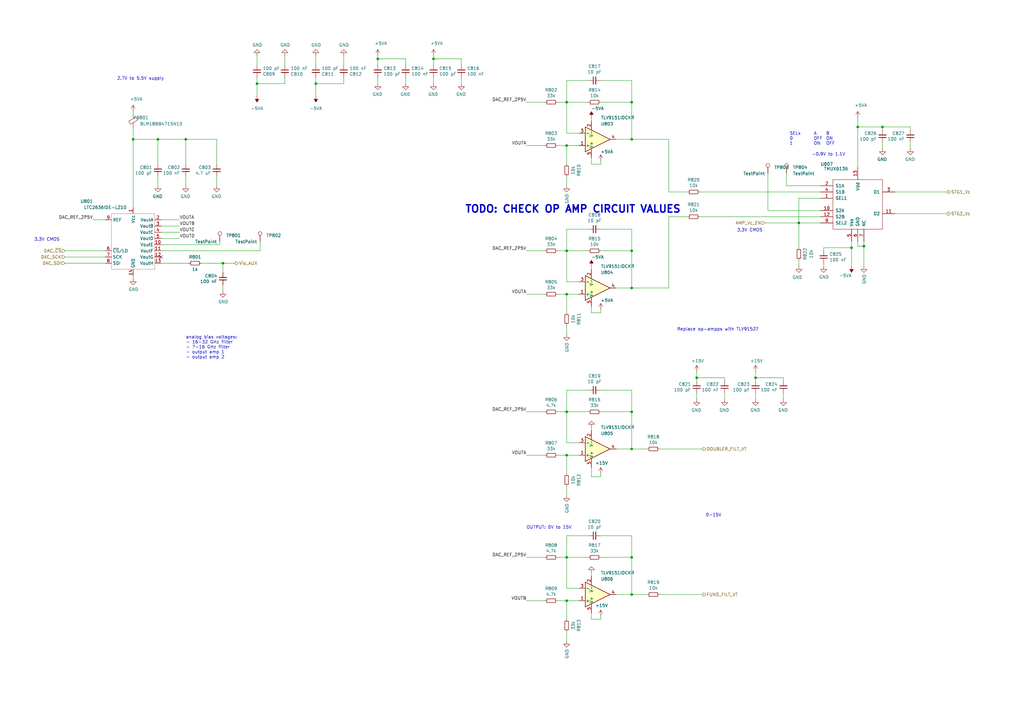
<source format=kicad_sch>
(kicad_sch (version 20210621) (generator eeschema)
  (paper "A3")
  (lib_symbols
    (symbol "Amplifier_Operational:TLV9001IDCK" (pin_names (offset 0.127))
      (property "Reference" "U" (at 7.62 2.54 0))
      (property "Value" "TLV9001IDCK" (at 11.43 -2.54 0))
      (symbol "TLV9001IDCK_0_1"
        (polyline (pts (xy -2.54 5.08) (xy -2.54 -5.08) (xy 7.62 0) (xy -2.54 5.08)) (stroke (width 0.254)) (fill (type background)))
      )
      (symbol "TLV9001IDCK_1_1"
        (pin input line (at -5.08 2.54 0) (length 2.54) (name "+") (number "1"))
        (pin power_in line (at 0 -7.62 90) (length 3.81) (name "V-") (number "2"))
        (pin input line (at -5.08 -2.54 0) (length 2.54) (name "-") (number "3"))
        (pin output line (at 10.16 0 180) (length 2.54) (name "~") (number "4"))
        (pin power_in line (at 0 7.62 270) (length 3.81) (name "V+") (number "5"))
      )
    )
    (symbol "Connector:TestPoint" (pin_numbers hide) (pin_names (offset 0.762) hide)
      (property "Reference" "TP" (at 0 6.858 0))
      (property "Value" "TestPoint" (at 0 5.08 0))
      (symbol "TestPoint_0_1"
        (circle (center 0 3.302) (radius 0.762))
      )
      (symbol "TestPoint_1_1"
        (pin passive line (at 0 0 90) (length 2.54) (name "1") (number "1"))
      )
    )
    (symbol "Device:C_Small" (pin_numbers hide) (pin_names (offset 0.254) hide)
      (property "Reference" "C" (at 0.254 1.778 0))
      (property "Value" "C_Small" (at 0.254 -2.032 0))
      (symbol "C_Small_0_1"
        (polyline (pts (xy -1.524 -0.508) (xy 1.524 -0.508)) (stroke (width 0.3302)))
        (polyline (pts (xy -1.524 0.508) (xy 1.524 0.508)) (stroke (width 0.3048)))
      )
      (symbol "C_Small_1_1"
        (pin passive line (at 0 2.54 270) (length 2.032) (name "~") (number "1"))
        (pin passive line (at 0 -2.54 90) (length 2.032) (name "~") (number "2"))
      )
    )
    (symbol "Device:FerriteBead_Small" (pin_numbers hide) (pin_names (offset 0))
      (property "Reference" "FB" (at 1.905 1.27 0))
      (property "Value" "FerriteBead_Small" (at 1.905 -1.27 0))
      (symbol "FerriteBead_Small_0_1"
        (polyline (pts (xy 0 -1.27) (xy 0 -0.7874)))
        (polyline (pts (xy 0 0.889) (xy 0 1.2954)))
        (polyline (pts (xy -1.8288 0.2794) (xy -1.1176 1.4986) (xy 1.8288 -0.2032) (xy 1.1176 -1.4224) (xy -1.8288 0.2794)))
      )
      (symbol "FerriteBead_Small_1_1"
        (pin passive line (at 0 2.54 270) (length 1.27) (name "~") (number "1"))
        (pin passive line (at 0 -2.54 90) (length 1.27) (name "~") (number "2"))
      )
    )
    (symbol "Device:R_Small" (pin_numbers hide) (pin_names (offset 0.254) hide)
      (property "Reference" "R" (at 0.762 0.508 0))
      (property "Value" "R_Small" (at 0.762 -1.016 0))
      (symbol "R_Small_0_1"
        (rectangle (start -0.762 1.778) (end 0.762 -1.778) (stroke (width 0.2032)))
      )
      (symbol "R_Small_1_1"
        (pin passive line (at 0 2.54 270) (length 0.762) (name "~") (number "1"))
        (pin passive line (at 0 -2.54 90) (length 0.762) (name "~") (number "2"))
      )
    )
    (symbol "jtk_rf:LTC2636IDE-LZ10"
      (property "Reference" "U" (at -15.24 13.97 0))
      (property "Value" "LTC2636IDE-LZ10" (at -10.16 16.51 0))
      (symbol "LTC2636IDE-LZ10_0_1"
        (rectangle (start -8.89 11.43) (end 8.89 -11.43) (stroke (width 0.0006)))
      )
      (symbol "LTC2636IDE-LZ10_1_1"
        (pin power_in line (at 0 13.97 270) (length 2.54) (name "Vcc") (number "1"))
        (pin output line (at 11.43 -1.27 180) (length 2.54) (name "VoutE") (number "10"))
        (pin output line (at 11.43 -3.81 180) (length 2.54) (name "VoutF") (number "11"))
        (pin output line (at 11.43 -6.35 180) (length 2.54) (name "VoutG") (number "12"))
        (pin output line (at 11.43 -8.89 180) (length 2.54) (name "VoutH") (number "13"))
        (pin power_in line (at 0 -13.97 90) (length 2.54) (name "GND") (number "14"))
        (pin passive line (at 0 -13.97 90) (length 2.54) hide (name "EP") (number "15"))
        (pin output line (at 11.43 8.89 180) (length 2.54) (name "VoutA") (number "2"))
        (pin output line (at 11.43 6.35 180) (length 2.54) (name "VoutB") (number "3"))
        (pin output line (at 11.43 3.81 180) (length 2.54) (name "VoutC") (number "4"))
        (pin output line (at 11.43 1.27 180) (length 2.54) (name "VoutD") (number "5"))
        (pin input line (at -11.43 -3.81 0) (length 2.54) (name "~{CS}/LD") (number "6"))
        (pin input line (at -11.43 -6.35 0) (length 2.54) (name "SCK") (number "7"))
        (pin input line (at -11.43 -8.89 0) (length 2.54) (name "SDI") (number "8"))
        (pin input line (at -11.43 8.89 0) (length 2.54) (name "REF") (number "9"))
      )
    )
    (symbol "jtk_rf:TMUX6136" (pin_names (offset 1.016))
      (property "Reference" "U?" (at -12.7 17.78 0))
      (property "Value" "TMUX6136" (at -8.89 15.24 0))
      (symbol "TMUX6136_0_1"
        (rectangle (start -10.16 10.16) (end 10.16 -10.16))
      )
      (symbol "TMUX6136_1_1"
        (pin input line (at -15.24 2.54 0) (length 5.08) (name "SEL1") (number "1"))
        (pin bidirectional line (at -15.24 -2.54 0) (length 5.08) (name "S2A") (number "10"))
        (pin bidirectional line (at 15.24 -3.81 180) (length 5.08) (name "D2") (number "11"))
        (pin bidirectional line (at -15.24 -5.08 0) (length 5.08) (name "S2B") (number "12"))
        (pin power_in line (at 0 15.24 270) (length 5.08) (name "Vdd") (number "13"))
        (pin passive line (at 2.54 -15.24 90) (length 5.08) hide (name "NC") (number "14"))
        (pin passive line (at 2.54 -15.24 90) (length 5.08) hide (name "NC") (number "15"))
        (pin passive line (at 2.54 -15.24 90) (length 5.08) hide (name "NC") (number "16"))
        (pin bidirectional line (at -15.24 7.62 0) (length 5.08) (name "S1A") (number "2"))
        (pin bidirectional line (at 15.24 5.08 180) (length 5.08) (name "D1") (number "3"))
        (pin bidirectional line (at -15.24 5.08 0) (length 5.08) (name "S1B") (number "4"))
        (pin power_in line (at -2.54 -15.24 90) (length 5.08) (name "Vss") (number "5"))
        (pin power_in line (at 0 -15.24 90) (length 5.08) (name "GND") (number "6"))
        (pin passive line (at 2.54 -15.24 90) (length 5.08) (name "NC") (number "7"))
        (pin passive line (at 2.54 -15.24 90) (length 5.08) hide (name "NC") (number "8"))
        (pin input line (at -15.24 -7.62 0) (length 5.08) (name "SEL2") (number "9"))
      )
    )
    (symbol "power:+15V" (power) (pin_names (offset 0))
      (property "Value" "+15V" (at 0 3.556 0))
      (symbol "+15V_0_1"
        (polyline (pts (xy -0.762 1.27) (xy 0 2.54)))
        (polyline (pts (xy 0 0) (xy 0 2.54)))
        (polyline (pts (xy 0 2.54) (xy 0.762 1.27)))
      )
      (symbol "+15V_1_1"
        (pin power_in line (at 0 0 90) (length 0) hide (name "+15V") (number "1"))
      )
    )
    (symbol "power:+5VA" (power) (pin_names (offset 0))
      (property "Value" "+5VA" (at 0 3.556 0))
      (symbol "+5VA_0_1"
        (polyline (pts (xy -0.762 1.27) (xy 0 2.54)))
        (polyline (pts (xy 0 0) (xy 0 2.54)))
        (polyline (pts (xy 0 2.54) (xy 0.762 1.27)))
      )
      (symbol "+5VA_1_1"
        (pin power_in line (at 0 0 90) (length 0) hide (name "+5VA") (number "1"))
      )
    )
    (symbol "power:-5VA" (power) (pin_names (offset 0))
      (property "Value" "-5VA" (at 0 3.81 0))
      (symbol "-5VA_0_0"
        (pin power_in line (at 0 0 90) (length 0) hide (name "-5VA") (number "1"))
      )
      (symbol "-5VA_0_1"
        (polyline (pts (xy 0 0) (xy 0 1.27) (xy 0.762 1.27) (xy 0 2.54) (xy -0.762 1.27) (xy 0 1.27)) (fill (type outline)))
      )
    )
    (symbol "power:GND" (power) (pin_names (offset 0))
      (property "Value" "GND" (at 0 -3.81 0))
      (symbol "GND_0_1"
        (polyline (pts (xy 0 0) (xy 0 -1.27) (xy 1.27 -1.27) (xy 0 -2.54) (xy -1.27 -1.27) (xy 0 -1.27)))
      )
      (symbol "GND_1_1"
        (pin power_in line (at 0 0 270) (length 0) hide (name "GND") (number "1"))
      )
    )
  )
  (junction (at 54.61 57.15) (diameter 0.9144))
  (junction (at 64.77 57.15) (diameter 0.9144))
  (junction (at 76.2 57.15) (diameter 0.9144))
  (junction (at 91.44 107.95) (diameter 0.9144))
  (junction (at 105.41 34.29) (diameter 0.9144))
  (junction (at 129.54 34.29) (diameter 0.9144))
  (junction (at 154.94 24.13) (diameter 0.9144))
  (junction (at 177.8 24.13) (diameter 0.9144))
  (junction (at 232.41 41.91) (diameter 0.9144))
  (junction (at 232.41 59.69) (diameter 0.9144))
  (junction (at 232.41 102.87) (diameter 0.9144))
  (junction (at 232.41 120.65) (diameter 0.9144))
  (junction (at 232.41 168.91) (diameter 0.9144))
  (junction (at 232.41 186.69) (diameter 0.9144))
  (junction (at 232.41 228.6) (diameter 0.9144))
  (junction (at 232.41 246.38) (diameter 0.9144))
  (junction (at 259.08 41.91) (diameter 0.9144))
  (junction (at 259.08 57.15) (diameter 0.9144))
  (junction (at 259.08 102.87) (diameter 0.9144))
  (junction (at 259.08 118.11) (diameter 0.9144))
  (junction (at 259.08 168.91) (diameter 0.9144))
  (junction (at 259.08 184.15) (diameter 0.9144))
  (junction (at 259.08 228.6) (diameter 0.9144))
  (junction (at 259.08 243.84) (diameter 0.9144))
  (junction (at 285.75 154.94) (diameter 0.9144))
  (junction (at 309.88 154.94) (diameter 0.9144))
  (junction (at 327.66 91.44) (diameter 0.9144))
  (junction (at 349.25 101.6) (diameter 0.9144))
  (junction (at 351.79 52.07) (diameter 0.9144))
  (junction (at 354.33 100.965) (diameter 0.9144))
  (junction (at 361.95 52.07) (diameter 0.9144))
  (no_connect (at 66.04 105.41))
  (wire (pts (xy 26.67 102.87) (xy 43.18 102.87)))
  (wire (pts (xy 26.67 105.41) (xy 43.18 105.41)))
  (wire (pts (xy 26.67 107.95) (xy 43.18 107.95)))
  (wire (pts (xy 38.1 90.17) (xy 43.18 90.17)))
  (wire (pts (xy 54.61 45.72) (xy 54.61 46.99)))
  (wire (pts (xy 54.61 52.07) (xy 54.61 57.15)))
  (wire (pts (xy 54.61 57.15) (xy 54.61 85.09)))
  (wire (pts (xy 54.61 113.03) (xy 54.61 114.3)))
  (wire (pts (xy 64.77 57.15) (xy 54.61 57.15)))
  (wire (pts (xy 64.77 67.31) (xy 64.77 57.15)))
  (wire (pts (xy 64.77 72.39) (xy 64.77 76.2)))
  (wire (pts (xy 66.04 90.17) (xy 73.66 90.17)))
  (wire (pts (xy 66.04 92.71) (xy 73.66 92.71)))
  (wire (pts (xy 66.04 95.25) (xy 73.66 95.25)))
  (wire (pts (xy 66.04 97.79) (xy 73.66 97.79)))
  (wire (pts (xy 66.04 100.33) (xy 90.17 100.33)))
  (wire (pts (xy 66.04 102.87) (xy 106.68 102.87)))
  (wire (pts (xy 66.04 107.95) (xy 77.47 107.95)))
  (wire (pts (xy 76.2 57.15) (xy 64.77 57.15)))
  (wire (pts (xy 76.2 57.15) (xy 88.9 57.15)))
  (wire (pts (xy 76.2 67.31) (xy 76.2 57.15)))
  (wire (pts (xy 76.2 76.2) (xy 76.2 72.39)))
  (wire (pts (xy 82.55 107.95) (xy 91.44 107.95)))
  (wire (pts (xy 88.9 57.15) (xy 88.9 67.31)))
  (wire (pts (xy 88.9 72.39) (xy 88.9 76.2)))
  (wire (pts (xy 90.17 100.33) (xy 90.17 99.06)))
  (wire (pts (xy 91.44 107.95) (xy 91.44 111.76)))
  (wire (pts (xy 91.44 107.95) (xy 96.52 107.95)))
  (wire (pts (xy 91.44 116.84) (xy 91.44 119.38)))
  (wire (pts (xy 105.41 26.67) (xy 105.41 22.86)))
  (wire (pts (xy 105.41 31.75) (xy 105.41 34.29)))
  (wire (pts (xy 105.41 34.29) (xy 105.41 39.37)))
  (wire (pts (xy 105.41 34.29) (xy 116.84 34.29)))
  (wire (pts (xy 106.68 102.87) (xy 106.68 99.06)))
  (wire (pts (xy 116.84 26.67) (xy 116.84 22.86)))
  (wire (pts (xy 116.84 34.29) (xy 116.84 31.75)))
  (wire (pts (xy 129.54 26.67) (xy 129.54 22.86)))
  (wire (pts (xy 129.54 31.75) (xy 129.54 34.29)))
  (wire (pts (xy 129.54 34.29) (xy 129.54 39.37)))
  (wire (pts (xy 129.54 34.29) (xy 140.97 34.29)))
  (wire (pts (xy 140.97 26.67) (xy 140.97 22.86)))
  (wire (pts (xy 140.97 34.29) (xy 140.97 31.75)))
  (wire (pts (xy 154.94 22.86) (xy 154.94 24.13)))
  (wire (pts (xy 154.94 24.13) (xy 154.94 26.67)))
  (wire (pts (xy 154.94 24.13) (xy 166.37 24.13)))
  (wire (pts (xy 154.94 31.75) (xy 154.94 34.29)))
  (wire (pts (xy 166.37 24.13) (xy 166.37 26.67)))
  (wire (pts (xy 166.37 31.75) (xy 166.37 34.29)))
  (wire (pts (xy 177.8 22.86) (xy 177.8 24.13)))
  (wire (pts (xy 177.8 24.13) (xy 177.8 26.67)))
  (wire (pts (xy 177.8 24.13) (xy 189.23 24.13)))
  (wire (pts (xy 177.8 31.75) (xy 177.8 34.29)))
  (wire (pts (xy 189.23 24.13) (xy 189.23 26.67)))
  (wire (pts (xy 189.23 31.75) (xy 189.23 34.29)))
  (wire (pts (xy 215.9 41.91) (xy 223.52 41.91)))
  (wire (pts (xy 215.9 102.87) (xy 223.52 102.87)))
  (wire (pts (xy 215.9 168.91) (xy 223.52 168.91)))
  (wire (pts (xy 215.9 228.6) (xy 223.52 228.6)))
  (wire (pts (xy 223.52 59.69) (xy 215.9 59.69)))
  (wire (pts (xy 223.52 120.65) (xy 215.9 120.65)))
  (wire (pts (xy 223.52 186.69) (xy 215.9 186.69)))
  (wire (pts (xy 223.52 246.38) (xy 215.9 246.38)))
  (wire (pts (xy 228.6 41.91) (xy 232.41 41.91)))
  (wire (pts (xy 228.6 102.87) (xy 232.41 102.87)))
  (wire (pts (xy 228.6 168.91) (xy 232.41 168.91)))
  (wire (pts (xy 228.6 228.6) (xy 232.41 228.6)))
  (wire (pts (xy 232.41 33.02) (xy 232.41 41.91)))
  (wire (pts (xy 232.41 41.91) (xy 232.41 54.61)))
  (wire (pts (xy 232.41 54.61) (xy 237.49 54.61)))
  (wire (pts (xy 232.41 59.69) (xy 228.6 59.69)))
  (wire (pts (xy 232.41 67.31) (xy 232.41 59.69)))
  (wire (pts (xy 232.41 72.39) (xy 232.41 76.2)))
  (wire (pts (xy 232.41 93.98) (xy 232.41 102.87)))
  (wire (pts (xy 232.41 102.87) (xy 232.41 115.57)))
  (wire (pts (xy 232.41 115.57) (xy 237.49 115.57)))
  (wire (pts (xy 232.41 120.65) (xy 228.6 120.65)))
  (wire (pts (xy 232.41 128.27) (xy 232.41 120.65)))
  (wire (pts (xy 232.41 133.35) (xy 232.41 137.16)))
  (wire (pts (xy 232.41 160.02) (xy 232.41 168.91)))
  (wire (pts (xy 232.41 168.91) (xy 232.41 181.61)))
  (wire (pts (xy 232.41 181.61) (xy 237.49 181.61)))
  (wire (pts (xy 232.41 186.69) (xy 228.6 186.69)))
  (wire (pts (xy 232.41 194.31) (xy 232.41 186.69)))
  (wire (pts (xy 232.41 199.39) (xy 232.41 203.2)))
  (wire (pts (xy 232.41 219.71) (xy 232.41 228.6)))
  (wire (pts (xy 232.41 228.6) (xy 232.41 241.3)))
  (wire (pts (xy 232.41 241.3) (xy 237.49 241.3)))
  (wire (pts (xy 232.41 246.38) (xy 228.6 246.38)))
  (wire (pts (xy 232.41 254) (xy 232.41 246.38)))
  (wire (pts (xy 232.41 259.08) (xy 232.41 262.89)))
  (wire (pts (xy 237.49 59.69) (xy 232.41 59.69)))
  (wire (pts (xy 237.49 120.65) (xy 232.41 120.65)))
  (wire (pts (xy 237.49 186.69) (xy 232.41 186.69)))
  (wire (pts (xy 237.49 246.38) (xy 232.41 246.38)))
  (wire (pts (xy 241.3 33.02) (xy 232.41 33.02)))
  (wire (pts (xy 241.3 41.91) (xy 232.41 41.91)))
  (wire (pts (xy 241.3 93.98) (xy 232.41 93.98)))
  (wire (pts (xy 241.3 102.87) (xy 232.41 102.87)))
  (wire (pts (xy 241.3 160.02) (xy 232.41 160.02)))
  (wire (pts (xy 241.3 168.91) (xy 232.41 168.91)))
  (wire (pts (xy 241.3 219.71) (xy 232.41 219.71)))
  (wire (pts (xy 241.3 228.6) (xy 232.41 228.6)))
  (wire (pts (xy 242.57 48.26) (xy 242.57 49.53)))
  (wire (pts (xy 242.57 67.31) (xy 242.57 64.77)))
  (wire (pts (xy 242.57 109.22) (xy 242.57 110.49)))
  (wire (pts (xy 242.57 128.27) (xy 242.57 125.73)))
  (wire (pts (xy 242.57 175.26) (xy 242.57 176.53)))
  (wire (pts (xy 242.57 191.77) (xy 242.57 195.58)))
  (wire (pts (xy 242.57 234.95) (xy 242.57 236.22)))
  (wire (pts (xy 242.57 251.46) (xy 242.57 254)))
  (wire (pts (xy 242.57 254) (xy 246.38 254)))
  (wire (pts (xy 246.38 33.02) (xy 259.08 33.02)))
  (wire (pts (xy 246.38 41.91) (xy 259.08 41.91)))
  (wire (pts (xy 246.38 66.04) (xy 246.38 67.31)))
  (wire (pts (xy 246.38 67.31) (xy 242.57 67.31)))
  (wire (pts (xy 246.38 93.98) (xy 259.08 93.98)))
  (wire (pts (xy 246.38 102.87) (xy 259.08 102.87)))
  (wire (pts (xy 246.38 127) (xy 246.38 128.27)))
  (wire (pts (xy 246.38 128.27) (xy 242.57 128.27)))
  (wire (pts (xy 246.38 160.02) (xy 259.08 160.02)))
  (wire (pts (xy 246.38 168.91) (xy 259.08 168.91)))
  (wire (pts (xy 246.38 194.31) (xy 246.38 195.58)))
  (wire (pts (xy 246.38 195.58) (xy 242.57 195.58)))
  (wire (pts (xy 246.38 219.71) (xy 259.08 219.71)))
  (wire (pts (xy 246.38 228.6) (xy 259.08 228.6)))
  (wire (pts (xy 246.38 252.73) (xy 246.38 254)))
  (wire (pts (xy 252.73 184.15) (xy 259.08 184.15)))
  (wire (pts (xy 259.08 33.02) (xy 259.08 41.91)))
  (wire (pts (xy 259.08 41.91) (xy 259.08 57.15)))
  (wire (pts (xy 259.08 57.15) (xy 252.73 57.15)))
  (wire (pts (xy 259.08 57.15) (xy 274.32 57.15)))
  (wire (pts (xy 259.08 93.98) (xy 259.08 102.87)))
  (wire (pts (xy 259.08 102.87) (xy 259.08 118.11)))
  (wire (pts (xy 259.08 118.11) (xy 252.73 118.11)))
  (wire (pts (xy 259.08 118.11) (xy 274.32 118.11)))
  (wire (pts (xy 259.08 160.02) (xy 259.08 168.91)))
  (wire (pts (xy 259.08 168.91) (xy 259.08 184.15)))
  (wire (pts (xy 259.08 184.15) (xy 265.43 184.15)))
  (wire (pts (xy 259.08 219.71) (xy 259.08 228.6)))
  (wire (pts (xy 259.08 228.6) (xy 259.08 243.84)))
  (wire (pts (xy 259.08 243.84) (xy 252.73 243.84)))
  (wire (pts (xy 259.08 243.84) (xy 265.43 243.84)))
  (wire (pts (xy 270.51 184.15) (xy 288.29 184.15)))
  (wire (pts (xy 270.51 243.84) (xy 288.29 243.84)))
  (wire (pts (xy 274.32 57.15) (xy 274.32 78.74)))
  (wire (pts (xy 274.32 78.74) (xy 281.94 78.74)))
  (wire (pts (xy 274.32 88.9) (xy 274.32 118.11)))
  (wire (pts (xy 274.32 88.9) (xy 281.94 88.9)))
  (wire (pts (xy 285.75 152.4) (xy 285.75 154.94)))
  (wire (pts (xy 285.75 154.94) (xy 285.75 156.21)))
  (wire (pts (xy 285.75 154.94) (xy 297.18 154.94)))
  (wire (pts (xy 285.75 161.29) (xy 285.75 163.83)))
  (wire (pts (xy 287.02 78.74) (xy 336.55 78.74)))
  (wire (pts (xy 287.02 88.9) (xy 336.55 88.9)))
  (wire (pts (xy 297.18 154.94) (xy 297.18 156.21)))
  (wire (pts (xy 297.18 161.29) (xy 297.18 163.83)))
  (wire (pts (xy 309.88 152.4) (xy 309.88 154.94)))
  (wire (pts (xy 309.88 154.94) (xy 309.88 156.21)))
  (wire (pts (xy 309.88 154.94) (xy 321.31 154.94)))
  (wire (pts (xy 309.88 161.29) (xy 309.88 163.83)))
  (wire (pts (xy 314.96 86.36) (xy 314.96 71.12)))
  (wire (pts (xy 321.31 154.94) (xy 321.31 156.21)))
  (wire (pts (xy 321.31 161.29) (xy 321.31 163.83)))
  (wire (pts (xy 322.58 76.2) (xy 322.58 71.12)))
  (wire (pts (xy 327.66 81.28) (xy 327.66 91.44)))
  (wire (pts (xy 327.66 81.28) (xy 336.55 81.28)))
  (wire (pts (xy 327.66 91.44) (xy 313.69 91.44)))
  (wire (pts (xy 327.66 91.44) (xy 327.66 101.6)))
  (wire (pts (xy 327.66 91.44) (xy 336.55 91.44)))
  (wire (pts (xy 327.66 106.68) (xy 327.66 109.22)))
  (wire (pts (xy 336.55 76.2) (xy 322.58 76.2)))
  (wire (pts (xy 336.55 86.36) (xy 314.96 86.36)))
  (wire (pts (xy 337.82 101.6) (xy 349.25 101.6)))
  (wire (pts (xy 337.82 102.87) (xy 337.82 101.6)))
  (wire (pts (xy 337.82 107.95) (xy 337.82 109.22)))
  (wire (pts (xy 349.25 99.06) (xy 349.25 101.6)))
  (wire (pts (xy 349.25 101.6) (xy 349.25 109.22)))
  (wire (pts (xy 351.79 48.26) (xy 351.79 52.07)))
  (wire (pts (xy 351.79 52.07) (xy 351.79 68.58)))
  (wire (pts (xy 351.79 52.07) (xy 361.95 52.07)))
  (wire (pts (xy 351.79 99.06) (xy 351.79 100.965)))
  (wire (pts (xy 351.79 100.965) (xy 354.33 100.965)))
  (wire (pts (xy 354.33 99.06) (xy 354.33 100.965)))
  (wire (pts (xy 354.33 100.965) (xy 354.33 109.22)))
  (wire (pts (xy 361.95 52.07) (xy 361.95 53.34)))
  (wire (pts (xy 361.95 52.07) (xy 373.38 52.07)))
  (wire (pts (xy 361.95 58.42) (xy 361.95 60.96)))
  (wire (pts (xy 367.03 78.74) (xy 388.62 78.74)))
  (wire (pts (xy 367.03 87.63) (xy 388.62 87.63)))
  (wire (pts (xy 373.38 52.07) (xy 373.38 53.34)))
  (wire (pts (xy 373.38 58.42) (xy 373.38 60.96)))
  (text "3.3V CMOS" (at 13.97 99.06 0) (effects (font (size 1.27 1.27)) (justify left bottom)))
  (text "2.7V to 5.5V supply" (at 67.31 33.02 180) (effects (font (size 1.27 1.27)) (justify right bottom)))
  (text "analog bias voltages:\n- 16-32 GHz filter\n- 7-16 GHz filter\n- output amp 1\n- output amp 2" (at 76.2 147.32 0) (effects (font (size 1.27 1.27)) (justify left bottom)))
  (text "OUTPUT: 0V to 15V" (at 215.9 217.17 0) (effects (font (size 1.27 1.27)) (justify left bottom)))
  (text "TODO: CHECK OP AMP CIRCUIT VALUES" (at 279.4 87.63 180) (effects (font (size 3 3) (thickness 0.6) bold) (justify right bottom)))
  (text "0-15V" (at 295.91 212.09 180) (effects (font (size 1.27 1.27)) (justify right bottom)))
  (text "3.3V CMOS" (at 302.26 95.25 0) (effects (font (size 1.27 1.27)) (justify left bottom)))
  (text "Replace op-ampps with TLV9152?" (at 311.15 135.89 180) (effects (font (size 1.27 1.27)) (justify right bottom)))
  (text "SELx	A	B\n0		OFF	ON\n1		ON	OFF" (at 323.85 59.69 0) (effects (font (size 1.27 1.27)) (justify left bottom)))
  (text "-0.9V to 1.1V" (at 346.71 64.135 180) (effects (font (size 1.27 1.27)) (justify right bottom)))
  (label "DAC_REF_2P5V" (at 38.1 90.17 180))
  (label "VOUTA" (at 73.66 90.17 0))
  (label "VOUTB" (at 73.66 92.71 0))
  (label "VOUTC" (at 73.66 95.25 0))
  (label "VOUTD" (at 73.66 97.79 0))
  (label "DAC_REF_2P5V" (at 215.9 41.91 180))
  (label "VOUTA" (at 215.9 59.69 180))
  (label "DAC_REF_2P5V" (at 215.9 102.87 180))
  (label "VOUTA" (at 215.9 120.65 180))
  (label "DAC_REF_2P5V" (at 215.9 168.91 180))
  (label "VOUTA" (at 215.9 186.69 180))
  (label "DAC_REF_2P5V" (at 215.9 228.6 180))
  (label "VOUTB" (at 215.9 246.38 180))
  (hierarchical_label "DAC_~{CS}" (shape input) (at 26.67 102.87 180))
  (hierarchical_label "DAC_SCK" (shape input) (at 26.67 105.41 180))
  (hierarchical_label "DAC_SDI" (shape input) (at 26.67 107.95 180))
  (hierarchical_label "Vio_AUX" (shape output) (at 96.52 107.95 0))
  (hierarchical_label "DOUBLER_FILT_VT" (shape output) (at 288.29 184.15 0))
  (hierarchical_label "FUND_FILT_VT" (shape output) (at 288.29 243.84 0))
  (hierarchical_label "AMP_Vc_EN" (shape input) (at 313.69 91.44 180))
  (hierarchical_label "STG1_Vc" (shape output) (at 388.62 78.74 0))
  (hierarchical_label "STG2_Vc" (shape output) (at 388.62 87.63 0))
  (symbol (lib_id "power:+5VA") (at 54.61 45.72 0) (unit 1)
    (property "Reference" "#PWR0801" (effects hide))
    (property "Value" "+5VA" (at 55.88 40.64 0))
  )
  (symbol (lib_id "power:-5VA") (at 105.41 39.37 180) (unit 1)
    (property "Reference" "#PWR0814" (effects hide))
    (property "Value" "-5VA" (at 105.41 44.45 0))
  )
  (symbol (lib_id "power:-5VA") (at 129.54 39.37 180) (unit 1)
    (property "Reference" "#PWR0817" (effects hide))
    (property "Value" "-5VA" (at 129.54 44.45 0))
  )
  (symbol (lib_id "power:+5VA") (at 154.94 22.86 0) (unit 1)
    (property "Reference" "#PWR0819" (effects hide))
    (property "Value" "+5VA" (at 156.21 17.78 0))
  )
  (symbol (lib_id "power:+5VA") (at 177.8 22.86 0) (unit 1)
    (property "Reference" "#PWR0822" (effects hide))
    (property "Value" "+5VA" (at 179.07 17.78 0))
  )
  (symbol (lib_id "power:-5VA") (at 242.57 48.26 0) (unit 1)
    (property "Reference" "#PWR0829" (effects hide))
    (property "Value" "-5VA" (at 245.11 44.45 0))
  )
  (symbol (lib_id "power:-5VA") (at 242.57 109.22 0) (unit 1)
    (property "Reference" "#PWR0830" (effects hide))
    (property "Value" "-5VA" (at 245.11 105.41 0))
  )
  (symbol (lib_id "power:+5VA") (at 246.38 66.04 0) (unit 1)
    (property "Reference" "#PWR0833" (effects hide))
    (property "Value" "+5VA" (at 248.92 62.23 0))
  )
  (symbol (lib_id "power:+5VA") (at 246.38 127 0) (unit 1)
    (property "Reference" "#PWR0834" (effects hide))
    (property "Value" "+5VA" (at 248.92 123.19 0))
  )
  (symbol (lib_id "power:+15V") (at 246.38 194.31 0) (unit 1)
    (property "Reference" "#PWR0835" (effects hide))
    (property "Value" "+15V" (at 246.761 189.9158 0))
  )
  (symbol (lib_id "power:+15V") (at 246.38 252.73 0) (unit 1)
    (property "Reference" "#PWR0836" (effects hide))
    (property "Value" "+15V" (at 246.761 248.3358 0))
  )
  (symbol (lib_id "power:+15V") (at 285.75 152.4 0) (unit 1)
    (property "Reference" "#PWR0837" (effects hide))
    (property "Value" "+15V" (at 286.131 148.0058 0))
  )
  (symbol (lib_id "power:+15V") (at 309.88 152.4 0) (unit 1)
    (property "Reference" "#PWR0840" (effects hide))
    (property "Value" "+15V" (at 310.261 148.0058 0))
  )
  (symbol (lib_id "power:-5VA") (at 349.25 109.22 180) (unit 1)
    (property "Reference" "#PWR0845" (effects hide))
    (property "Value" "-5VA" (at 346.71 113.03 0))
  )
  (symbol (lib_id "power:+5VA") (at 351.79 48.26 0) (unit 1)
    (property "Reference" "#PWR0846" (effects hide))
    (property "Value" "+5VA" (at 353.06 43.18 0))
  )
  (symbol (lib_id "Connector:TestPoint") (at 90.17 99.06 0) (unit 1)
    (property "Reference" "TP801" (at 92.71 96.5834 0) (effects (justify left)))
    (property "Value" "TestPoint" (at 80.01 99.1234 0) (effects (justify left)))
    (property "Footprint" "TestPoint:TestPoint_Pad_D1.5mm" (effects hide))
  )
  (symbol (lib_id "Connector:TestPoint") (at 106.68 99.06 0) (unit 1)
    (property "Reference" "TP802" (at 109.22 96.5834 0) (effects (justify left)))
    (property "Value" "TestPoint" (at 96.52 99.1234 0) (effects (justify left)))
    (property "Footprint" "TestPoint:TestPoint_Pad_D1.5mm" (effects hide))
  )
  (symbol (lib_id "Connector:TestPoint") (at 314.96 71.12 0) (unit 1)
    (property "Reference" "TP803" (at 317.5 68.6434 0) (effects (justify left)))
    (property "Value" "TestPoint" (at 304.8 71.1834 0) (effects (justify left)))
    (property "Footprint" "TestPoint:TestPoint_Pad_D1.5mm" (effects hide))
  )
  (symbol (lib_id "Connector:TestPoint") (at 322.58 71.12 0) (unit 1)
    (property "Reference" "TP804" (at 325.12 68.6434 0) (effects (justify left)))
    (property "Value" "TestPoint" (at 325.12 71.1834 0) (effects (justify left)))
    (property "Footprint" "TestPoint:TestPoint_Pad_D1.5mm" (effects hide))
  )
  (symbol (lib_id "power:GND") (at 54.61 114.3 0) (unit 1)
    (property "Reference" "#PWR0802" (effects hide))
    (property "Value" "GND" (at 54.737 118.6942 0))
  )
  (symbol (lib_id "power:GND") (at 64.77 76.2 0) (mirror y) (unit 1)
    (property "Reference" "#PWR0803" (effects hide))
    (property "Value" "GND" (at 64.643 80.5942 0))
  )
  (symbol (lib_id "power:GND") (at 76.2 76.2 0) (mirror y) (unit 1)
    (property "Reference" "#PWR0804" (effects hide))
    (property "Value" "GND" (at 76.073 80.5942 0))
  )
  (symbol (lib_id "power:GND") (at 88.9 76.2 0) (mirror y) (unit 1)
    (property "Reference" "#PWR0807" (effects hide))
    (property "Value" "GND" (at 88.773 80.5942 0))
  )
  (symbol (lib_id "power:GND") (at 91.44 119.38 0) (unit 1)
    (property "Reference" "#PWR0808" (effects hide))
    (property "Value" "GND" (at 91.567 123.7742 0))
  )
  (symbol (lib_id "power:GND") (at 105.41 22.86 0) (mirror x) (unit 1)
    (property "Reference" "#PWR0813" (effects hide))
    (property "Value" "GND" (at 105.537 18.4658 0))
  )
  (symbol (lib_id "power:GND") (at 116.84 22.86 0) (mirror x) (unit 1)
    (property "Reference" "#PWR0815" (effects hide))
    (property "Value" "GND" (at 116.967 18.4658 0))
  )
  (symbol (lib_id "power:GND") (at 129.54 22.86 0) (mirror x) (unit 1)
    (property "Reference" "#PWR0816" (effects hide))
    (property "Value" "GND" (at 129.667 18.4658 0))
  )
  (symbol (lib_id "power:GND") (at 140.97 22.86 0) (mirror x) (unit 1)
    (property "Reference" "#PWR0818" (effects hide))
    (property "Value" "GND" (at 141.097 18.4658 0))
  )
  (symbol (lib_id "power:GND") (at 154.94 34.29 0) (mirror y) (unit 1)
    (property "Reference" "#PWR0820" (effects hide))
    (property "Value" "GND" (at 154.813 38.6842 0))
  )
  (symbol (lib_id "power:GND") (at 166.37 34.29 0) (mirror y) (unit 1)
    (property "Reference" "#PWR0821" (effects hide))
    (property "Value" "GND" (at 166.243 38.6842 0))
  )
  (symbol (lib_id "power:GND") (at 177.8 34.29 0) (mirror y) (unit 1)
    (property "Reference" "#PWR0823" (effects hide))
    (property "Value" "GND" (at 177.673 38.6842 0))
  )
  (symbol (lib_id "power:GND") (at 189.23 34.29 0) (mirror y) (unit 1)
    (property "Reference" "#PWR0824" (effects hide))
    (property "Value" "GND" (at 189.103 38.6842 0))
  )
  (symbol (lib_id "power:GND") (at 232.41 76.2 0) (unit 1)
    (property "Reference" "#PWR0825" (effects hide))
    (property "Value" "GND" (at 232.537 79.4512 90) (effects (justify right)))
  )
  (symbol (lib_id "power:GND") (at 232.41 137.16 0) (unit 1)
    (property "Reference" "#PWR0826" (effects hide))
    (property "Value" "GND" (at 232.537 140.4112 90) (effects (justify right)))
  )
  (symbol (lib_id "power:GND") (at 232.41 203.2 0) (unit 1)
    (property "Reference" "#PWR0827" (effects hide))
    (property "Value" "GND" (at 232.537 206.4512 90) (effects (justify right)))
  )
  (symbol (lib_id "power:GND") (at 232.41 262.89 0) (unit 1)
    (property "Reference" "#PWR0828" (effects hide))
    (property "Value" "GND" (at 232.537 266.1412 90) (effects (justify right)))
  )
  (symbol (lib_id "power:GND") (at 242.57 175.26 180) (unit 1)
    (property "Reference" "#PWR0831" (effects hide))
    (property "Value" "GND" (effects hide))
  )
  (symbol (lib_id "power:GND") (at 242.57 234.95 180) (unit 1)
    (property "Reference" "#PWR0832" (effects hide))
    (property "Value" "GND" (effects hide))
  )
  (symbol (lib_id "power:GND") (at 285.75 163.83 0) (mirror y) (unit 1)
    (property "Reference" "#PWR0838" (effects hide))
    (property "Value" "GND" (at 285.623 168.2242 0))
  )
  (symbol (lib_id "power:GND") (at 297.18 163.83 0) (mirror y) (unit 1)
    (property "Reference" "#PWR0839" (effects hide))
    (property "Value" "GND" (at 297.053 168.2242 0))
  )
  (symbol (lib_id "power:GND") (at 309.88 163.83 0) (mirror y) (unit 1)
    (property "Reference" "#PWR0841" (effects hide))
    (property "Value" "GND" (at 309.753 168.2242 0))
  )
  (symbol (lib_id "power:GND") (at 321.31 163.83 0) (mirror y) (unit 1)
    (property "Reference" "#PWR0842" (effects hide))
    (property "Value" "GND" (at 321.183 168.2242 0))
  )
  (symbol (lib_id "power:GND") (at 327.66 109.22 0) (unit 1)
    (property "Reference" "#PWR0843" (effects hide))
    (property "Value" "GND" (at 329.057 113.7412 0) (effects (justify right)))
  )
  (symbol (lib_id "power:GND") (at 337.82 109.22 0) (unit 1)
    (property "Reference" "#PWR0844" (effects hide))
    (property "Value" "GND" (at 337.947 113.6142 0))
  )
  (symbol (lib_id "power:GND") (at 354.33 109.22 0) (unit 1)
    (property "Reference" "#PWR0847" (effects hide))
    (property "Value" "GND" (at 354.457 112.4712 90) (effects (justify right)))
  )
  (symbol (lib_id "power:GND") (at 361.95 60.96 0) (mirror y) (unit 1)
    (property "Reference" "#PWR0848" (effects hide))
    (property "Value" "GND" (at 361.823 65.3542 0))
  )
  (symbol (lib_id "power:GND") (at 373.38 60.96 0) (mirror y) (unit 1)
    (property "Reference" "#PWR0849" (effects hide))
    (property "Value" "GND" (at 373.253 65.3542 0))
  )
  (symbol (lib_id "Device:R_Small") (at 80.01 107.95 90) (unit 1)
    (property "Reference" "R801" (at 80.01 105.41 90))
    (property "Value" "1k" (at 80.01 110.49 90))
    (property "Footprint" "Resistor_SMD:R_0402_1005Metric" (effects hide))
  )
  (symbol (lib_id "Device:R_Small") (at 226.06 41.91 270) (unit 1)
    (property "Reference" "R802" (at 226.06 36.9316 90))
    (property "Value" "33k" (at 226.06 39.243 90))
    (property "Footprint" "Resistor_SMD:R_0402_1005Metric" (effects hide))
  )
  (symbol (lib_id "Device:R_Small") (at 226.06 59.69 270) (unit 1)
    (property "Reference" "R803" (at 226.06 54.7116 90))
    (property "Value" "33k" (at 226.06 57.023 90))
    (property "Footprint" "Resistor_SMD:R_0402_1005Metric" (effects hide))
  )
  (symbol (lib_id "Device:R_Small") (at 226.06 102.87 270) (unit 1)
    (property "Reference" "R804" (at 226.06 97.8916 90))
    (property "Value" "33k" (at 226.06 100.203 90))
    (property "Footprint" "Resistor_SMD:R_0402_1005Metric" (effects hide))
  )
  (symbol (lib_id "Device:R_Small") (at 226.06 120.65 270) (unit 1)
    (property "Reference" "R805" (at 226.06 115.6716 90))
    (property "Value" "33k" (at 226.06 117.983 90))
    (property "Footprint" "Resistor_SMD:R_0402_1005Metric" (effects hide))
  )
  (symbol (lib_id "Device:R_Small") (at 226.06 168.91 270) (unit 1)
    (property "Reference" "R806" (at 226.06 163.9316 90))
    (property "Value" "4.7k" (at 226.06 166.243 90))
    (property "Footprint" "Resistor_SMD:R_0402_1005Metric" (effects hide))
  )
  (symbol (lib_id "Device:R_Small") (at 226.06 186.69 270) (unit 1)
    (property "Reference" "R807" (at 226.06 181.7116 90))
    (property "Value" "33k" (at 226.06 184.023 90))
    (property "Footprint" "Resistor_SMD:R_0402_1005Metric" (effects hide))
  )
  (symbol (lib_id "Device:R_Small") (at 226.06 228.6 270) (unit 1)
    (property "Reference" "R808" (at 226.06 223.6216 90))
    (property "Value" "4.7k" (at 226.06 225.933 90))
    (property "Footprint" "Resistor_SMD:R_0402_1005Metric" (effects hide))
  )
  (symbol (lib_id "Device:R_Small") (at 226.06 246.38 270) (unit 1)
    (property "Reference" "R809" (at 226.06 241.4016 90))
    (property "Value" "4.7k" (at 226.06 243.713 90))
    (property "Footprint" "Resistor_SMD:R_0402_1005Metric" (effects hide))
  )
  (symbol (lib_id "Device:R_Small") (at 232.41 69.85 180) (unit 1)
    (property "Reference" "R810" (at 237.3884 69.85 90))
    (property "Value" "10k" (at 235.077 69.85 90))
    (property "Footprint" "Resistor_SMD:R_0402_1005Metric" (effects hide))
  )
  (symbol (lib_id "Device:R_Small") (at 232.41 130.81 180) (unit 1)
    (property "Reference" "R811" (at 237.3884 130.81 90))
    (property "Value" "10k" (at 235.077 130.81 90))
    (property "Footprint" "Resistor_SMD:R_0402_1005Metric" (effects hide))
  )
  (symbol (lib_id "Device:R_Small") (at 232.41 196.85 180) (unit 1)
    (property "Reference" "R812" (at 237.3884 196.85 90))
    (property "Value" "10k" (at 235.077 196.85 90))
    (property "Footprint" "Resistor_SMD:R_0402_1005Metric" (effects hide))
  )
  (symbol (lib_id "Device:R_Small") (at 232.41 256.54 180) (unit 1)
    (property "Reference" "R813" (at 237.3884 256.54 90))
    (property "Value" "33k" (at 235.077 256.54 90))
    (property "Footprint" "Resistor_SMD:R_0402_1005Metric" (effects hide))
  )
  (symbol (lib_id "Device:R_Small") (at 243.84 41.91 270) (unit 1)
    (property "Reference" "R814" (at 243.84 36.9316 90))
    (property "Value" "10k" (at 243.84 39.243 90))
    (property "Footprint" "Resistor_SMD:R_0402_1005Metric" (effects hide))
  )
  (symbol (lib_id "Device:R_Small") (at 243.84 102.87 270) (unit 1)
    (property "Reference" "R815" (at 243.84 97.8916 90))
    (property "Value" "10k" (at 243.84 100.203 90))
    (property "Footprint" "Resistor_SMD:R_0402_1005Metric" (effects hide))
  )
  (symbol (lib_id "Device:R_Small") (at 243.84 168.91 270) (unit 1)
    (property "Reference" "R816" (at 243.84 163.9316 90))
    (property "Value" "33k" (at 243.84 166.243 90))
    (property "Footprint" "Resistor_SMD:R_0402_1005Metric" (effects hide))
  )
  (symbol (lib_id "Device:R_Small") (at 243.84 228.6 270) (unit 1)
    (property "Reference" "R817" (at 243.84 223.6216 90))
    (property "Value" "33k" (at 243.84 225.933 90))
    (property "Footprint" "Resistor_SMD:R_0402_1005Metric" (effects hide))
  )
  (symbol (lib_id "Device:R_Small") (at 267.97 184.15 270) (unit 1)
    (property "Reference" "R818" (at 267.97 179.1716 90))
    (property "Value" "10k" (at 267.97 181.483 90))
    (property "Footprint" "Resistor_SMD:R_0402_1005Metric" (effects hide))
  )
  (symbol (lib_id "Device:R_Small") (at 267.97 243.84 270) (unit 1)
    (property "Reference" "R819" (at 267.97 238.8616 90))
    (property "Value" "10k" (at 267.97 241.173 90))
    (property "Footprint" "Resistor_SMD:R_0402_1005Metric" (effects hide))
  )
  (symbol (lib_id "Device:R_Small") (at 284.48 78.74 270) (unit 1)
    (property "Reference" "R820" (at 284.48 73.7616 90))
    (property "Value" "10k" (at 284.48 76.073 90))
    (property "Footprint" "Resistor_SMD:R_0402_1005Metric" (effects hide))
  )
  (symbol (lib_id "Device:R_Small") (at 284.48 88.9 270) (unit 1)
    (property "Reference" "R821" (at 284.48 83.9216 90))
    (property "Value" "10k" (at 284.48 86.233 90))
    (property "Footprint" "Resistor_SMD:R_0402_1005Metric" (effects hide))
  )
  (symbol (lib_id "Device:R_Small") (at 327.66 104.14 0) (unit 1)
    (property "Reference" "R822" (at 330.2 104.14 90))
    (property "Value" "10k" (at 332.74 104.14 90))
    (property "Footprint" "Resistor_SMD:R_0402_1005Metric" (effects hide))
  )
  (symbol (lib_id "Device:C_Small") (at 64.77 69.85 0) (mirror x) (unit 1)
    (property "Reference" "C801" (at 62.4332 68.6816 0) (effects (justify right)))
    (property "Value" "100 pF" (at 62.4332 70.993 0) (effects (justify right)))
    (property "Footprint" "Capacitor_SMD:C_0402_1005Metric" (effects hide))
  )
  (symbol (lib_id "Device:C_Small") (at 76.2 69.85 0) (mirror x) (unit 1)
    (property "Reference" "C802" (at 73.8632 68.6816 0) (effects (justify right)))
    (property "Value" "100 nF" (at 73.8632 70.993 0) (effects (justify right)))
    (property "Footprint" "Capacitor_SMD:C_0402_1005Metric" (effects hide))
  )
  (symbol (lib_id "Device:C_Small") (at 88.9 69.85 0) (mirror x) (unit 1)
    (property "Reference" "C803" (at 86.5632 68.6816 0) (effects (justify right)))
    (property "Value" "4.7 uF" (at 86.5632 70.993 0) (effects (justify right)))
    (property "Footprint" "Capacitor_SMD:C_0402_1005Metric" (effects hide))
  )
  (symbol (lib_id "Device:C_Small") (at 91.44 114.3 0) (mirror x) (unit 1)
    (property "Reference" "C804" (at 89.1032 113.1316 0) (effects (justify right)))
    (property "Value" "100 nF" (at 89.1032 115.443 0) (effects (justify right)))
    (property "Footprint" "Capacitor_SMD:C_0402_1005Metric" (effects hide))
  )
  (symbol (lib_id "Device:C_Small") (at 105.41 29.21 0) (mirror y) (unit 1)
    (property "Reference" "C809" (at 107.7468 30.3784 0) (effects (justify right)))
    (property "Value" "100 pF" (at 107.7468 28.067 0) (effects (justify right)))
    (property "Footprint" "Capacitor_SMD:C_0402_1005Metric" (effects hide))
  )
  (symbol (lib_id "Device:C_Small") (at 116.84 29.21 0) (mirror y) (unit 1)
    (property "Reference" "C810" (at 119.1768 30.3784 0) (effects (justify right)))
    (property "Value" "100 nF" (at 119.1768 28.067 0) (effects (justify right)))
    (property "Footprint" "Capacitor_SMD:C_0402_1005Metric" (effects hide))
  )
  (symbol (lib_id "Device:C_Small") (at 129.54 29.21 0) (mirror y) (unit 1)
    (property "Reference" "C811" (at 131.8768 30.3784 0) (effects (justify right)))
    (property "Value" "100 pF" (at 131.8768 28.067 0) (effects (justify right)))
    (property "Footprint" "Capacitor_SMD:C_0402_1005Metric" (effects hide))
  )
  (symbol (lib_id "Device:C_Small") (at 140.97 29.21 0) (mirror y) (unit 1)
    (property "Reference" "C812" (at 143.3068 30.3784 0) (effects (justify right)))
    (property "Value" "100 nF" (at 143.3068 28.067 0) (effects (justify right)))
    (property "Footprint" "Capacitor_SMD:C_0402_1005Metric" (effects hide))
  )
  (symbol (lib_id "Device:C_Small") (at 154.94 29.21 180) (unit 1)
    (property "Reference" "C813" (at 157.2768 28.0416 0) (effects (justify right)))
    (property "Value" "100 pF" (at 157.2768 30.353 0) (effects (justify right)))
    (property "Footprint" "Capacitor_SMD:C_0402_1005Metric" (effects hide))
  )
  (symbol (lib_id "Device:C_Small") (at 166.37 29.21 180) (unit 1)
    (property "Reference" "C814" (at 168.7068 28.0416 0) (effects (justify right)))
    (property "Value" "100 nF" (at 168.7068 30.353 0) (effects (justify right)))
    (property "Footprint" "Capacitor_SMD:C_0402_1005Metric" (effects hide))
  )
  (symbol (lib_id "Device:C_Small") (at 177.8 29.21 180) (unit 1)
    (property "Reference" "C815" (at 180.1368 28.0416 0) (effects (justify right)))
    (property "Value" "100 pF" (at 180.1368 30.353 0) (effects (justify right)))
    (property "Footprint" "Capacitor_SMD:C_0402_1005Metric" (effects hide))
  )
  (symbol (lib_id "Device:C_Small") (at 189.23 29.21 180) (unit 1)
    (property "Reference" "C816" (at 191.5668 28.0416 0) (effects (justify right)))
    (property "Value" "100 nF" (at 191.5668 30.353 0) (effects (justify right)))
    (property "Footprint" "Capacitor_SMD:C_0402_1005Metric" (effects hide))
  )
  (symbol (lib_id "Device:C_Small") (at 243.84 33.02 90) (unit 1)
    (property "Reference" "C817" (at 243.84 27.2034 90))
    (property "Value" "10 pF" (at 243.84 29.5148 90))
    (property "Footprint" "Capacitor_SMD:C_0402_1005Metric" (effects hide))
  )
  (symbol (lib_id "Device:C_Small") (at 243.84 93.98 90) (unit 1)
    (property "Reference" "C818" (at 243.84 88.1634 90))
    (property "Value" "10 pF" (at 243.84 90.4748 90))
    (property "Footprint" "Capacitor_SMD:C_0402_1005Metric" (effects hide))
  )
  (symbol (lib_id "Device:C_Small") (at 243.84 160.02 90) (unit 1)
    (property "Reference" "C819" (at 243.84 154.2034 90))
    (property "Value" "10 pF" (at 243.84 156.5148 90))
    (property "Footprint" "Capacitor_SMD:C_0402_1005Metric" (effects hide))
  )
  (symbol (lib_id "Device:C_Small") (at 243.84 219.71 90) (unit 1)
    (property "Reference" "C820" (at 243.84 213.8934 90))
    (property "Value" "10 pF" (at 243.84 216.2048 90))
    (property "Footprint" "Capacitor_SMD:C_0402_1005Metric" (effects hide))
  )
  (symbol (lib_id "Device:C_Small") (at 285.75 158.75 0) (mirror x) (unit 1)
    (property "Reference" "C821" (at 283.4132 157.5816 0) (effects (justify right)))
    (property "Value" "100 pF" (at 283.4132 159.893 0) (effects (justify right)))
    (property "Footprint" "Capacitor_SMD:C_0402_1005Metric" (effects hide))
  )
  (symbol (lib_id "Device:C_Small") (at 297.18 158.75 0) (mirror x) (unit 1)
    (property "Reference" "C822" (at 294.8432 157.5816 0) (effects (justify right)))
    (property "Value" "100 nF" (at 294.8432 159.893 0) (effects (justify right)))
    (property "Footprint" "Capacitor_SMD:C_0402_1005Metric" (effects hide))
  )
  (symbol (lib_id "Device:C_Small") (at 309.88 158.75 0) (mirror x) (unit 1)
    (property "Reference" "C823" (at 307.5432 157.5816 0) (effects (justify right)))
    (property "Value" "100 pF" (at 307.5432 159.893 0) (effects (justify right)))
    (property "Footprint" "Capacitor_SMD:C_0402_1005Metric" (effects hide))
  )
  (symbol (lib_id "Device:C_Small") (at 321.31 158.75 0) (mirror x) (unit 1)
    (property "Reference" "C824" (at 318.9732 157.5816 0) (effects (justify right)))
    (property "Value" "100 nF" (at 318.9732 159.893 0) (effects (justify right)))
    (property "Footprint" "Capacitor_SMD:C_0402_1005Metric" (effects hide))
  )
  (symbol (lib_id "Device:C_Small") (at 337.82 105.41 180) (unit 1)
    (property "Reference" "C825" (at 340.1568 104.2416 0) (effects (justify right)))
    (property "Value" "100 nF" (at 340.1568 106.553 0) (effects (justify right)))
    (property "Footprint" "Capacitor_SMD:C_0402_1005Metric" (effects hide))
  )
  (symbol (lib_id "Device:C_Small") (at 361.95 55.88 0) (mirror x) (unit 1)
    (property "Reference" "C826" (at 359.6132 54.7116 0) (effects (justify right)))
    (property "Value" "100 pF" (at 359.6132 57.023 0) (effects (justify right)))
    (property "Footprint" "Capacitor_SMD:C_0402_1005Metric" (effects hide))
  )
  (symbol (lib_id "Device:C_Small") (at 373.38 55.88 0) (mirror x) (unit 1)
    (property "Reference" "C827" (at 371.0432 54.7116 0) (effects (justify right)))
    (property "Value" "100 nF" (at 371.0432 57.023 0) (effects (justify right)))
    (property "Footprint" "Capacitor_SMD:C_0402_1005Metric" (effects hide))
  )
  (symbol (lib_id "Device:FerriteBead_Small") (at 54.61 49.53 0) (mirror y) (unit 1)
    (property "Reference" "FB801" (at 60.96 48.26 0) (effects (justify left)))
    (property "Value" "BLM18BB471SN1D" (at 74.93 50.8 0) (effects (justify left)))
    (property "Footprint" "Inductor_SMD:L_0603_1608Metric" (effects hide))
  )
  (symbol (lib_id "Amplifier_Operational:TLV9001IDCK") (at 242.57 57.15 0) (mirror x) (unit 1)
    (property "Reference" "U803" (at 246.38 50.8 0) (effects (justify left)))
    (property "Value" "TLV9151IDCKR" (at 246.38 48.26 0) (effects (justify left)))
    (property "Footprint" "Package_TO_SOT_SMD:SOT-353_SC-70-5" (effects hide))
    (property "Datasheet" "https://www.ti.com/lit/ds/symlink/tlv9001.pdf" (effects hide))
  )
  (symbol (lib_id "Amplifier_Operational:TLV9001IDCK") (at 242.57 118.11 0) (mirror x) (unit 1)
    (property "Reference" "U804" (at 246.38 111.76 0) (effects (justify left)))
    (property "Value" "TLV9151IDCKR" (at 246.38 109.22 0) (effects (justify left)))
    (property "Footprint" "Package_TO_SOT_SMD:SOT-353_SC-70-5" (effects hide))
    (property "Datasheet" "https://www.ti.com/lit/ds/symlink/tlv9001.pdf" (effects hide))
  )
  (symbol (lib_id "Amplifier_Operational:TLV9001IDCK") (at 242.57 184.15 0) (mirror x) (unit 1)
    (property "Reference" "U805" (at 246.38 177.8 0) (effects (justify left)))
    (property "Value" "TLV9151IDCKR" (at 246.38 175.26 0) (effects (justify left)))
    (property "Footprint" "Package_TO_SOT_SMD:SOT-353_SC-70-5" (effects hide))
    (property "Datasheet" "https://www.ti.com/lit/ds/symlink/tlv9001.pdf" (effects hide))
  )
  (symbol (lib_id "Amplifier_Operational:TLV9001IDCK") (at 242.57 243.84 0) (mirror x) (unit 1)
    (property "Reference" "U806" (at 246.38 237.49 0) (effects (justify left)))
    (property "Value" "TLV9151IDCKR" (at 246.38 234.95 0) (effects (justify left)))
    (property "Footprint" "Package_TO_SOT_SMD:SOT-353_SC-70-5" (effects hide))
    (property "Datasheet" "https://www.ti.com/lit/ds/symlink/tlv9001.pdf" (effects hide))
  )
  (symbol (lib_id "jtk_rf:LTC2636IDE-LZ10") (at 54.61 99.06 0) (unit 1)
    (property "Reference" "U801" (at 35.56 82.55 0))
    (property "Value" "LTC2636IDE-LZ10" (at 43.18 85.09 0))
    (property "Footprint" "Package_DFN_QFN:DFN-14-1EP_3x4mm_P0.5mm_EP1.7x3.3mm" (effects hide))
    (property "Datasheet" "https://www.analog.com/media/en/technical-documentation/data-sheets/ltc2636.pdf" (effects hide))
    (property "mfg" "Analog Devices" (effects hide))
    (property "mpn" "LTC2636-LZ10" (effects hide))
    (property "digikey#" "LTC2636IDE-LZ10#PBF-ND" (effects hide))
  )
  (symbol (lib_id "jtk_rf:TMUX6136") (at 351.79 83.82 0) (unit 1)
    (property "Reference" "U807" (at 339.09 67.31 0))
    (property "Value" "TMUX6136" (at 342.9 69.215 0))
    (property "Footprint" "Package_SO:TSSOP-16_4.4x5mm_P0.65mm" (effects hide))
    (property "Datasheet" "https://www.ti.com/lit/ds/symlink/tmux6136.pdf" (effects hide))
  )
)
</source>
